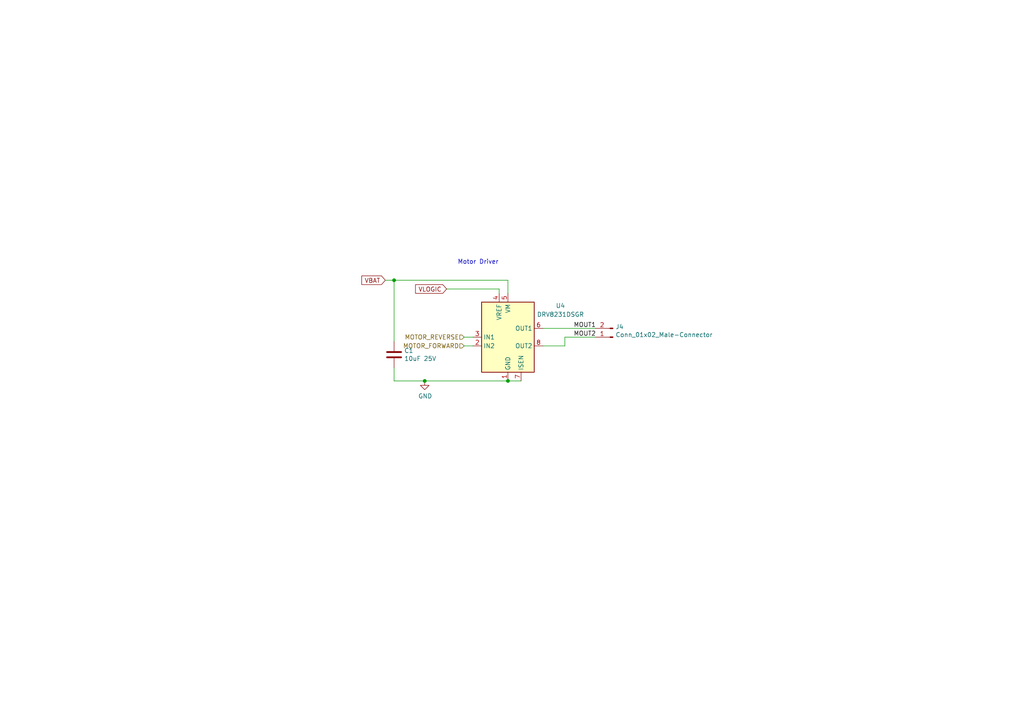
<source format=kicad_sch>
(kicad_sch (version 20211123) (generator eeschema)
  (paper "A4")
  (lib_symbols
    (symbol "drv8231:DRV8231"
      (property "Reference" "U" (at 6.35 11.43 0))
      (property "Value" "DRV8231" (at -10.16 11.43 0))
      (symbol "DRV8231_0_1"
        (rectangle (start -7.62 10.16) (end 7.62 -10.16) (stroke (width 0.254)) (fill (type background)))
      )
      (symbol "DRV8231_1_1"
        (pin power_in line (at 0 -12.7 90) (length 2.54) (name "GND") (number "1"))
        (pin input line (at -10.16 -2.54 0) (length 2.54) (name "IN2") (number "2"))
        (pin input line (at -10.16 0 0) (length 2.54) (name "IN1") (number "3"))
        (pin power_in line (at -2.54 12.7 270) (length 2.54) (name "VREF") (number "4"))
        (pin power_in line (at 0 12.7 270) (length 2.54) (name "VM") (number "5"))
        (pin output line (at 10.16 2.54 180) (length 2.54) (name "OUT1") (number "6"))
        (pin power_in line (at 3.81 -12.7 90) (length 2.54) (name "ISEN") (number "7"))
        (pin output line (at 10.16 -2.54 180) (length 2.54) (name "OUT2") (number "8"))
        (pin passive line (at 0 -12.7 90) (length 2.54) hide (name "GND") (number "9"))
      )
    )
    (symbol "malenki-nano-rescue:C-Device" (pin_numbers hide) (pin_names (offset 0.254))
      (property "Reference" "C" (at 0.635 2.54 0))
      (property "Value" "C-Device" (at 0.635 -2.54 0))
      (symbol "C-Device_0_1"
        (polyline (pts (xy -2.032 -0.762) (xy 2.032 -0.762)) (stroke (width 0.508)))
        (polyline (pts (xy -2.032 0.762) (xy 2.032 0.762)) (stroke (width 0.508)))
      )
      (symbol "C-Device_1_1"
        (pin passive line (at 0 3.81 270) (length 2.794) (name "~") (number "1"))
        (pin passive line (at 0 -3.81 90) (length 2.794) (name "~") (number "2"))
      )
    )
    (symbol "malenki-nano-rescue:Conn_01x02_Male-Connector" (pin_names (offset 1.016) hide)
      (property "Reference" "J" (at 0 2.54 0))
      (property "Value" "Conn_01x02_Male-Connector" (at 0 -5.08 0))
      (symbol "Conn_01x02_Male-Connector_1_1"
        (polyline (pts (xy 1.27 -2.54) (xy 0.8636 -2.54)) (stroke (width 0.1524)))
        (polyline (pts (xy 1.27 0) (xy 0.8636 0)) (stroke (width 0.1524)))
        (rectangle (start 0.8636 -2.413) (end 0 -2.667) (stroke (width 0.1524)) (fill (type outline)))
        (rectangle (start 0.8636 0.127) (end 0 -0.127) (stroke (width 0.1524)) (fill (type outline)))
        (pin passive line (at 5.08 0 180) (length 3.81) (name "Pin_1") (number "1"))
        (pin passive line (at 5.08 -2.54 180) (length 3.81) (name "Pin_2") (number "2"))
      )
    )
    (symbol "malenki-nano-rescue:GND-power" (power) (pin_names (offset 0))
      (property "Value" "GND-power" (at 0 -3.81 0))
      (symbol "GND-power_0_1"
        (polyline (pts (xy 0 0) (xy 0 -1.27) (xy 1.27 -1.27) (xy 0 -2.54) (xy -1.27 -1.27) (xy 0 -1.27)))
      )
      (symbol "GND-power_1_1"
        (pin power_in line (at 0 0 270) (length 0) hide (name "GND") (number "1"))
      )
    )
  )
  (junction (at 114.3 81.28))
  (junction (at 123.19 110.49))
  (junction (at 147.32 110.49))
  (wire (pts (xy 123.19 110.49) (xy 147.32 110.49)))
  (wire (pts (xy 137.16 97.79) (xy 134.62 97.79)))
  (wire (pts (xy 147.32 85.09) (xy 147.32 81.28)))
  (wire (pts (xy 114.3 106.68) (xy 114.3 110.49)))
  (wire (pts (xy 144.78 85.09) (xy 144.78 83.82)))
  (wire (pts (xy 129.54 83.82) (xy 144.78 83.82)))
  (wire (pts (xy 137.16 100.33) (xy 134.62 100.33)))
  (wire (pts (xy 114.3 81.28) (xy 147.32 81.28)))
  (wire (pts (xy 163.83 97.79) (xy 163.83 100.33)))
  (wire (pts (xy 163.83 100.33) (xy 157.48 100.33)))
  (wire (pts (xy 172.72 97.79) (xy 163.83 97.79)))
  (wire (pts (xy 157.48 95.25) (xy 172.72 95.25)))
  (wire (pts (xy 114.3 81.28) (xy 114.3 99.06)))
  (wire (pts (xy 123.19 110.49) (xy 114.3 110.49)))
  (wire (pts (xy 111.76 81.28) (xy 114.3 81.28)))
  (wire (pts (xy 147.32 110.49) (xy 151.13 110.49)))
  (text "Motor Driver" (at 132.715 76.835 0) (effects (font (size 1.27 1.27)) (justify left bottom)))
  (label "MOUT1" (at 166.37 95.25 0))
  (label "MOUT2" (at 166.37 97.79 0))
  (global_label "VLOGIC" (shape input) (at 129.54 83.82 180) (property "Intersheet References" "${INTERSHEET_REFS}" (effects hide)))
  (global_label "VBAT" (shape input) (at 111.76 81.28 180) (property "Intersheet References" "${INTERSHEET_REFS}" (effects hide)))
  (hierarchical_label "MOTOR_FORWARD" (shape input) (at 134.62 100.33 180))
  (hierarchical_label "MOTOR_REVERSE" (shape input) (at 134.62 97.79 180))
  (symbol (lib_id "malenki-nano-rescue:GND-power") (at 123.19 110.49 0) (unit 1)
    (property "Reference" "#PWR01" (effects hide))
    (property "Value" "GND" (at 123.317 114.8842 0))
  )
  (symbol (lib_id "malenki-nano-rescue:C-Device") (at 114.3 102.87 0) (unit 1)
    (property "Reference" "C1" (at 117.221 101.7016 0) (effects (justify left)))
    (property "Value" "10uF 25V" (at 117.221 104.013 0) (effects (justify left)))
    (property "Footprint" "Capacitor_SMD:C_0603_1608Metric" (effects hide))
    (property "LCSC" "C96446" (effects hide))
    (property "Manufacturer" "Samsung" (effects hide))
  )
  (symbol (lib_id "malenki-nano-rescue:Conn_01x02_Male-Connector") (at 177.8 97.79 180) (unit 1) (in_bom no)
    (property "Reference" "J4" (at 178.5112 94.7928 0) (effects (justify right)))
    (property "Value" "Conn_01x02_Male-Connector" (at 178.5112 97.1042 0) (effects (justify right)))
    (property "Footprint" "malenki-nano:PinHeader_1x02_P2.54mm_BIG1" (effects hide))
  )
  (symbol (lib_id "drv8231:DRV8231") (at 147.32 97.79 0) (unit 1)
    (property "Reference" "U4" (at 162.56 88.6712 0))
    (property "Value" "DRV8231DSGR" (at 162.56 91.2112 0))
    (property "Footprint" "Package_SON:WSON-8-1EP_2x2mm_P0.5mm_EP0.9x1.6mm" (effects hide))
  )
)
</source>
